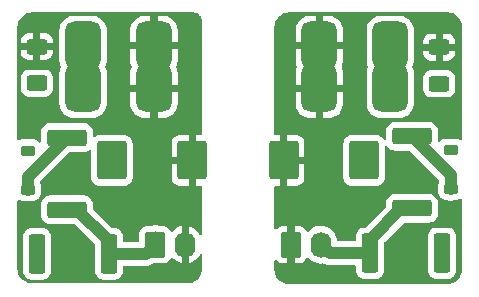
<source format=gbr>
G04 #@! TF.GenerationSoftware,KiCad,Pcbnew,7.0.8*
G04 #@! TF.CreationDate,2024-01-11T23:18:00-05:00*
G04 #@! TF.ProjectId,cm300-board,636d3330-302d-4626-9f61-72642e6b6963,rev?*
G04 #@! TF.SameCoordinates,Original*
G04 #@! TF.FileFunction,Copper,L1,Top*
G04 #@! TF.FilePolarity,Positive*
%FSLAX46Y46*%
G04 Gerber Fmt 4.6, Leading zero omitted, Abs format (unit mm)*
G04 Created by KiCad (PCBNEW 7.0.8) date 2024-01-11 23:18:00*
%MOMM*%
%LPD*%
G01*
G04 APERTURE LIST*
G04 Aperture macros list*
%AMRoundRect*
0 Rectangle with rounded corners*
0 $1 Rounding radius*
0 $2 $3 $4 $5 $6 $7 $8 $9 X,Y pos of 4 corners*
0 Add a 4 corners polygon primitive as box body*
4,1,4,$2,$3,$4,$5,$6,$7,$8,$9,$2,$3,0*
0 Add four circle primitives for the rounded corners*
1,1,$1+$1,$2,$3*
1,1,$1+$1,$4,$5*
1,1,$1+$1,$6,$7*
1,1,$1+$1,$8,$9*
0 Add four rect primitives between the rounded corners*
20,1,$1+$1,$2,$3,$4,$5,0*
20,1,$1+$1,$4,$5,$6,$7,0*
20,1,$1+$1,$6,$7,$8,$9,0*
20,1,$1+$1,$8,$9,$2,$3,0*%
G04 Aperture macros list end*
G04 #@! TA.AperFunction,SMDPad,CuDef*
%ADD10RoundRect,0.225000X0.375000X-0.225000X0.375000X0.225000X-0.375000X0.225000X-0.375000X-0.225000X0*%
G04 #@! TD*
G04 #@! TA.AperFunction,SMDPad,CuDef*
%ADD11RoundRect,0.250000X1.000000X-1.400000X1.000000X1.400000X-1.000000X1.400000X-1.000000X-1.400000X0*%
G04 #@! TD*
G04 #@! TA.AperFunction,ComponentPad*
%ADD12RoundRect,0.250000X-0.620000X-0.845000X0.620000X-0.845000X0.620000X0.845000X-0.620000X0.845000X0*%
G04 #@! TD*
G04 #@! TA.AperFunction,ComponentPad*
%ADD13O,1.740000X2.190000*%
G04 #@! TD*
G04 #@! TA.AperFunction,SMDPad,CuDef*
%ADD14RoundRect,0.249999X-0.450001X-1.425001X0.450001X-1.425001X0.450001X1.425001X-0.450001X1.425001X0*%
G04 #@! TD*
G04 #@! TA.AperFunction,SMDPad,CuDef*
%ADD15RoundRect,0.249999X-1.425001X0.450001X-1.425001X-0.450001X1.425001X-0.450001X1.425001X0.450001X0*%
G04 #@! TD*
G04 #@! TA.AperFunction,SMDPad,CuDef*
%ADD16RoundRect,0.250000X-1.000000X1.400000X-1.000000X-1.400000X1.000000X-1.400000X1.000000X1.400000X0*%
G04 #@! TD*
G04 #@! TA.AperFunction,ComponentPad*
%ADD17RoundRect,0.750000X0.750000X-1.250000X0.750000X1.250000X-0.750000X1.250000X-0.750000X-1.250000X0*%
G04 #@! TD*
G04 #@! TA.AperFunction,SMDPad,CuDef*
%ADD18RoundRect,0.249999X0.450001X1.425001X-0.450001X1.425001X-0.450001X-1.425001X0.450001X-1.425001X0*%
G04 #@! TD*
G04 #@! TA.AperFunction,SMDPad,CuDef*
%ADD19RoundRect,0.250000X-0.625000X0.400000X-0.625000X-0.400000X0.625000X-0.400000X0.625000X0.400000X0*%
G04 #@! TD*
G04 #@! TA.AperFunction,SMDPad,CuDef*
%ADD20RoundRect,0.250000X0.625000X-0.400000X0.625000X0.400000X-0.625000X0.400000X-0.625000X-0.400000X0*%
G04 #@! TD*
G04 #@! TA.AperFunction,ViaPad*
%ADD21C,0.800000*%
G04 #@! TD*
G04 #@! TA.AperFunction,Conductor*
%ADD22C,1.000000*%
G04 #@! TD*
G04 #@! TA.AperFunction,Conductor*
%ADD23C,0.250000*%
G04 #@! TD*
G04 APERTURE END LIST*
D10*
X-1003808000Y1043000000D03*
X-1003808000Y1046300000D03*
D11*
X-996700000Y1045464000D03*
X-989900000Y1045464000D03*
D12*
X-993040000Y1038332000D03*
D13*
X-990500000Y1038332000D03*
D14*
X-1003048000Y1037550000D03*
X-996948000Y1037550000D03*
D15*
X-1000506000Y1047400000D03*
X-1000506000Y1041300000D03*
D10*
X-967994000Y1043055000D03*
X-967994000Y1046355000D03*
D16*
X-975350000Y1045464000D03*
X-982150000Y1045464000D03*
D17*
X-999140000Y1055220000D03*
X-999140000Y1051560000D03*
X-993140000Y1055220000D03*
X-993140000Y1051560000D03*
X-979140000Y1055220000D03*
X-979140000Y1051560000D03*
X-973140000Y1055220000D03*
X-973140000Y1051560000D03*
D15*
X-971296000Y1047500000D03*
X-971296000Y1041400000D03*
D18*
X-968750000Y1037600000D03*
X-974850000Y1037600000D03*
D12*
X-981540000Y1038332000D03*
D13*
X-979000000Y1038332000D03*
D19*
X-969000000Y1055050000D03*
X-969000000Y1051950000D03*
D20*
X-1003050000Y1052000000D03*
X-1003050000Y1055100000D03*
D21*
X-1003050000Y1052000000D03*
X-1003300000Y1037550000D03*
X-996700000Y1045845000D03*
X-1003808000Y1046300000D03*
X-969050000Y1051950000D03*
X-975350000Y1045850000D03*
X-968800000Y1037600000D03*
X-967994000Y1046355000D03*
D22*
X-1003808000Y1044098000D02*
X-1000506000Y1047400000D01*
X-1003808000Y1043000000D02*
X-1003808000Y1044098000D01*
X-967994000Y1044198000D02*
X-967994000Y1043055000D01*
X-971296000Y1047500000D02*
X-967994000Y1044198000D01*
D23*
X-981200000Y1045845000D02*
X-981540000Y1045505000D01*
D22*
X-974850000Y1038735000D02*
X-972185000Y1041400000D01*
X-974850000Y1037600000D02*
X-974850000Y1038735000D01*
X-974850000Y1037600000D02*
X-978268000Y1037600000D01*
X-978268000Y1037600000D02*
X-979000000Y1038332000D01*
X-997150000Y1037550000D02*
X-997150000Y1038800000D01*
D23*
X-993040000Y1039160000D02*
X-993040000Y1039368000D01*
D22*
X-993822000Y1037550000D02*
X-993040000Y1038332000D01*
D23*
X-993082000Y1039368000D02*
X-993040000Y1039368000D01*
D22*
X-997150000Y1037550000D02*
X-993822000Y1037550000D01*
X-996950000Y1037590000D02*
X-996950000Y1038225000D01*
X-997150000Y1038800000D02*
X-999650000Y1041300000D01*
G04 #@! TA.AperFunction,Conductor*
G36*
X-978840000Y1052330220D02*
G01*
X-978875023Y1052346424D01*
X-979050276Y1052385000D01*
X-979184732Y1052385000D01*
X-979318396Y1052370463D01*
X-979440000Y1052329489D01*
X-979440000Y1054449779D01*
X-979404977Y1054433576D01*
X-979229724Y1054395000D01*
X-979095268Y1054395000D01*
X-978961604Y1054409537D01*
X-978840000Y1054450510D01*
X-978840000Y1052330220D01*
G37*
G04 #@! TD.AperFunction*
G04 #@! TA.AperFunction,Conductor*
G36*
X-968285304Y1057999764D02*
G01*
X-968234598Y1057995328D01*
X-968081749Y1057981955D01*
X-968060464Y1057978202D01*
X-967870952Y1057927423D01*
X-967850640Y1057920030D01*
X-967672830Y1057837116D01*
X-967654115Y1057826310D01*
X-967503001Y1057720500D01*
X-967493401Y1057713778D01*
X-967476843Y1057699884D01*
X-967338115Y1057561156D01*
X-967324222Y1057544600D01*
X-967211686Y1057383881D01*
X-967200886Y1057365175D01*
X-967117966Y1057187352D01*
X-967110577Y1057167051D01*
X-967089764Y1057089374D01*
X-967059797Y1056977535D01*
X-967056044Y1056956250D01*
X-967049783Y1056884678D01*
X-967038236Y1056752700D01*
X-967038000Y1056747294D01*
X-967038000Y1047296219D01*
X-967057685Y1047229180D01*
X-967110489Y1047183425D01*
X-967179647Y1047173481D01*
X-967227097Y1047190681D01*
X-967310294Y1047241998D01*
X-967310297Y1047241999D01*
X-967310303Y1047242003D01*
X-967471292Y1047295349D01*
X-967570655Y1047305500D01*
X-968417344Y1047305499D01*
X-968417352Y1047305498D01*
X-968417355Y1047305498D01*
X-968471760Y1047299940D01*
X-968516708Y1047295349D01*
X-968677697Y1047242003D01*
X-968822044Y1047152968D01*
X-968895448Y1047079564D01*
X-968908819Y1047066193D01*
X-968970142Y1047032708D01*
X-969039834Y1047037692D01*
X-969095767Y1047079564D01*
X-969120184Y1047145028D01*
X-969120500Y1047153874D01*
X-969120500Y1048000017D01*
X-969131000Y1048102796D01*
X-969186185Y1048269332D01*
X-969186187Y1048269337D01*
X-969278289Y1048418657D01*
X-969402342Y1048542710D01*
X-969402344Y1048542712D01*
X-969551665Y1048634814D01*
X-969718202Y1048689999D01*
X-969820990Y1048700500D01*
X-972771010Y1048700500D01*
X-972873798Y1048689999D01*
X-973040335Y1048634814D01*
X-973189656Y1048542712D01*
X-973313712Y1048418656D01*
X-973405814Y1048269335D01*
X-973460999Y1048102798D01*
X-973460999Y1048102796D01*
X-973471499Y1048000017D01*
X-973471500Y1048000004D01*
X-973471500Y1047306557D01*
X-973491185Y1047239518D01*
X-973543989Y1047193763D01*
X-973613147Y1047183819D01*
X-973676703Y1047212844D01*
X-973701039Y1047241461D01*
X-973757287Y1047332655D01*
X-973881342Y1047456710D01*
X-973881344Y1047456712D01*
X-974030666Y1047548814D01*
X-974197203Y1047603999D01*
X-974299991Y1047614500D01*
X-976400008Y1047614499D01*
X-976502797Y1047603999D01*
X-976669334Y1047548814D01*
X-976818656Y1047456712D01*
X-976942712Y1047332656D01*
X-977034814Y1047183334D01*
X-977089999Y1047016797D01*
X-977100500Y1046914009D01*
X-977100499Y1044013992D01*
X-977089999Y1043911203D01*
X-977034814Y1043744666D01*
X-976942712Y1043595344D01*
X-976818656Y1043471288D01*
X-976669334Y1043379186D01*
X-976502797Y1043324001D01*
X-976502795Y1043324000D01*
X-976400010Y1043313500D01*
X-976400009Y1043313500D01*
X-974299998Y1043313500D01*
X-974299981Y1043313501D01*
X-974197203Y1043324000D01*
X-974197200Y1043324001D01*
X-974030668Y1043379185D01*
X-974030663Y1043379187D01*
X-973881342Y1043471289D01*
X-973757289Y1043595342D01*
X-973665187Y1043744663D01*
X-973665185Y1043744668D01*
X-973610001Y1043911204D01*
X-973610000Y1043911204D01*
X-973599500Y1044013983D01*
X-973599500Y1046607443D01*
X-973579815Y1046674482D01*
X-973527011Y1046720237D01*
X-973457853Y1046730181D01*
X-973394297Y1046701156D01*
X-973369963Y1046672541D01*
X-973313712Y1046581344D01*
X-973189656Y1046457288D01*
X-973040335Y1046365186D01*
X-972873798Y1046310001D01*
X-972873796Y1046310000D01*
X-972771017Y1046299500D01*
X-972771010Y1046299500D01*
X-971561783Y1046299500D01*
X-971494744Y1046279815D01*
X-971474102Y1046263181D01*
X-969030819Y1043819898D01*
X-968997334Y1043758575D01*
X-968994500Y1043732217D01*
X-968994500Y1043683043D01*
X-969012961Y1043617946D01*
X-969031003Y1043588697D01*
X-969084349Y1043427708D01*
X-969094500Y1043328345D01*
X-969094499Y1042781656D01*
X-969084349Y1042682292D01*
X-969031003Y1042521303D01*
X-969030999Y1042521297D01*
X-969030998Y1042521294D01*
X-968941970Y1042376959D01*
X-968941967Y1042376955D01*
X-968822044Y1042257032D01*
X-968822040Y1042257029D01*
X-968677705Y1042168001D01*
X-968677699Y1042167998D01*
X-968677697Y1042167997D01*
X-968677694Y1042167996D01*
X-968516709Y1042114651D01*
X-968417352Y1042104500D01*
X-968417345Y1042104500D01*
X-968330330Y1042104500D01*
X-968299249Y1042100542D01*
X-968146285Y1042060937D01*
X-968146287Y1042060937D01*
X-968010804Y1042054066D01*
X-967943064Y1042050631D01*
X-967943063Y1042050631D01*
X-967943061Y1042050631D01*
X-967741931Y1042081443D01*
X-967741924Y1042081445D01*
X-967700511Y1042096782D01*
X-967657449Y1042104500D01*
X-967570663Y1042104500D01*
X-967570644Y1042104501D01*
X-967471292Y1042114650D01*
X-967471289Y1042114651D01*
X-967310305Y1042167996D01*
X-967310296Y1042168000D01*
X-967227096Y1042219319D01*
X-967159704Y1042237759D01*
X-967093041Y1042216836D01*
X-967048271Y1042163194D01*
X-967038000Y1042113780D01*
X-967038000Y1036252705D01*
X-967038236Y1036247299D01*
X-967056044Y1036043750D01*
X-967059796Y1036022464D01*
X-967110578Y1035832944D01*
X-967117964Y1035812651D01*
X-967200889Y1035634819D01*
X-967211683Y1035616123D01*
X-967324226Y1035455393D01*
X-967338109Y1035438849D01*
X-967476849Y1035300109D01*
X-967493393Y1035286226D01*
X-967654123Y1035173683D01*
X-967672819Y1035162889D01*
X-967850651Y1035079964D01*
X-967870944Y1035072578D01*
X-968060464Y1035021797D01*
X-968081747Y1035018044D01*
X-968285304Y1035000235D01*
X-968290706Y1035000000D01*
X-981697294Y1035000000D01*
X-981702695Y1035000235D01*
X-981906250Y1035018044D01*
X-981927535Y1035021797D01*
X-981993840Y1035039563D01*
X-982117051Y1035072577D01*
X-982137352Y1035079966D01*
X-982315175Y1035162886D01*
X-982333881Y1035173686D01*
X-982494600Y1035286222D01*
X-982511156Y1035300115D01*
X-982649884Y1035438843D01*
X-982663778Y1035455401D01*
X-982776309Y1035616112D01*
X-982787116Y1035634830D01*
X-982820463Y1035706342D01*
X-982870030Y1035812641D01*
X-982877423Y1035832952D01*
X-982928202Y1036022464D01*
X-982931955Y1036043749D01*
X-982949764Y1036247299D01*
X-982950000Y1036252705D01*
X-982950000Y1036916977D01*
X-982930315Y1036984016D01*
X-982877511Y1037029771D01*
X-982808353Y1037039715D01*
X-982744797Y1037010690D01*
X-982738319Y1037004658D01*
X-982628345Y1036894684D01*
X-982479124Y1036802643D01*
X-982479119Y1036802641D01*
X-982312697Y1036747494D01*
X-982312690Y1036747493D01*
X-982209986Y1036737000D01*
X-981840000Y1036737000D01*
X-981840000Y1037812241D01*
X-981695326Y1037752315D01*
X-981578997Y1037737000D01*
X-981501003Y1037737000D01*
X-981384674Y1037752315D01*
X-981240000Y1037812241D01*
X-981240000Y1036737000D01*
X-980870028Y1036737000D01*
X-980870012Y1036737001D01*
X-980767302Y1036747494D01*
X-980600880Y1036802641D01*
X-980600875Y1036802643D01*
X-980451654Y1036894684D01*
X-980327684Y1037018654D01*
X-980235636Y1037167888D01*
X-980234496Y1037170333D01*
X-980233268Y1037171727D01*
X-980231851Y1037174025D01*
X-980231458Y1037173782D01*
X-980188321Y1037222770D01*
X-980121127Y1037241919D01*
X-980054247Y1037221700D01*
X-980032595Y1037203724D01*
X-979908727Y1037074483D01*
X-979908726Y1037074482D01*
X-979721165Y1036935762D01*
X-979721161Y1036935760D01*
X-979512847Y1036830730D01*
X-979289780Y1036762417D01*
X-979289778Y1036762416D01*
X-979289776Y1036762416D01*
X-979058370Y1036732783D01*
X-978831574Y1036742418D01*
X-978763759Y1036725597D01*
X-978756441Y1036720923D01*
X-978756049Y1036720705D01*
X-978699662Y1036696507D01*
X-978695423Y1036694493D01*
X-978641048Y1036666090D01*
X-978608024Y1036656641D01*
X-978600624Y1036654006D01*
X-978569057Y1036640459D01*
X-978508966Y1036628110D01*
X-978504390Y1036626987D01*
X-978445425Y1036610116D01*
X-978445418Y1036610114D01*
X-978445416Y1036610113D01*
X-978445413Y1036610113D01*
X-978411162Y1036607504D01*
X-978403384Y1036606413D01*
X-978369741Y1036599500D01*
X-978308399Y1036599500D01*
X-978303691Y1036599321D01*
X-978297554Y1036598853D01*
X-978242524Y1036594662D01*
X-978222589Y1036597201D01*
X-978208440Y1036599003D01*
X-978200611Y1036599500D01*
X-976174500Y1036599500D01*
X-976107461Y1036579815D01*
X-976061706Y1036527011D01*
X-976050500Y1036475500D01*
X-976050500Y1036124990D01*
X-976039999Y1036022202D01*
X-975984814Y1035855665D01*
X-975892712Y1035706344D01*
X-975768656Y1035582288D01*
X-975619335Y1035490186D01*
X-975452798Y1035435001D01*
X-975452796Y1035435000D01*
X-975350017Y1035424500D01*
X-975350010Y1035424500D01*
X-974349982Y1035424500D01*
X-974247203Y1035435000D01*
X-974247202Y1035435001D01*
X-974164669Y1035462349D01*
X-974080667Y1035490185D01*
X-974080662Y1035490187D01*
X-973931342Y1035582289D01*
X-973807289Y1035706342D01*
X-973715187Y1035855662D01*
X-973715185Y1035855667D01*
X-973660001Y1036022203D01*
X-973660000Y1036022203D01*
X-973649500Y1036124982D01*
X-973649500Y1036124990D01*
X-969950500Y1036124990D01*
X-969939999Y1036022202D01*
X-969884814Y1035855665D01*
X-969792712Y1035706344D01*
X-969668656Y1035582288D01*
X-969519335Y1035490186D01*
X-969352798Y1035435001D01*
X-969352796Y1035435000D01*
X-969250017Y1035424500D01*
X-969250010Y1035424500D01*
X-968249982Y1035424500D01*
X-968147203Y1035435000D01*
X-968147202Y1035435001D01*
X-968064669Y1035462349D01*
X-967980667Y1035490185D01*
X-967980662Y1035490187D01*
X-967831342Y1035582289D01*
X-967707289Y1035706342D01*
X-967615187Y1035855662D01*
X-967615185Y1035855667D01*
X-967560001Y1036022203D01*
X-967560000Y1036022203D01*
X-967549500Y1036124982D01*
X-967549500Y1039075017D01*
X-967560000Y1039177796D01*
X-967615185Y1039344332D01*
X-967615187Y1039344337D01*
X-967707289Y1039493657D01*
X-967831342Y1039617710D01*
X-967831344Y1039617712D01*
X-967980665Y1039709814D01*
X-968147202Y1039764999D01*
X-968249990Y1039775500D01*
X-969250010Y1039775500D01*
X-969352798Y1039764999D01*
X-969519335Y1039709814D01*
X-969668656Y1039617712D01*
X-969792712Y1039493656D01*
X-969884814Y1039344335D01*
X-969939999Y1039177798D01*
X-969950500Y1039075010D01*
X-969950500Y1036124990D01*
X-973649500Y1036124990D01*
X-973649500Y1038469217D01*
X-973629815Y1038536256D01*
X-973613181Y1038556898D01*
X-972006899Y1040163181D01*
X-971945576Y1040196666D01*
X-971919218Y1040199500D01*
X-969820982Y1040199500D01*
X-969718203Y1040210000D01*
X-969718202Y1040210001D01*
X-969635669Y1040237349D01*
X-969551667Y1040265185D01*
X-969551662Y1040265187D01*
X-969402342Y1040357289D01*
X-969278289Y1040481342D01*
X-969186187Y1040630662D01*
X-969186185Y1040630667D01*
X-969131001Y1040797203D01*
X-969131000Y1040797203D01*
X-969120500Y1040899982D01*
X-969120500Y1041900017D01*
X-969131000Y1042002796D01*
X-969186185Y1042169332D01*
X-969186187Y1042169337D01*
X-969278289Y1042318657D01*
X-969402342Y1042442710D01*
X-969402344Y1042442712D01*
X-969551665Y1042534814D01*
X-969718202Y1042589999D01*
X-969820990Y1042600500D01*
X-972771010Y1042600500D01*
X-972873798Y1042589999D01*
X-973040335Y1042534814D01*
X-973189656Y1042442712D01*
X-973313712Y1042318656D01*
X-973405814Y1042169335D01*
X-973460999Y1042002798D01*
X-973460999Y1042002796D01*
X-973471499Y1041900017D01*
X-973471500Y1041900004D01*
X-973471500Y1041579782D01*
X-973491185Y1041512743D01*
X-973507819Y1041492101D01*
X-975188101Y1039811819D01*
X-975249424Y1039778334D01*
X-975275782Y1039775500D01*
X-975350010Y1039775500D01*
X-975452798Y1039764999D01*
X-975619335Y1039709814D01*
X-975768656Y1039617712D01*
X-975892712Y1039493656D01*
X-975984814Y1039344335D01*
X-976039999Y1039177798D01*
X-976039999Y1039177796D01*
X-976050499Y1039075017D01*
X-976050500Y1039075004D01*
X-976050500Y1038724500D01*
X-976070185Y1038657461D01*
X-976122989Y1038611706D01*
X-976174500Y1038600500D01*
X-977514353Y1038600500D01*
X-977581392Y1038620185D01*
X-977627147Y1038672989D01*
X-977637906Y1038713984D01*
X-977644328Y1038789446D01*
X-977644329Y1038789448D01*
X-977703114Y1039015218D01*
X-977799208Y1039227802D01*
X-977929847Y1039421088D01*
X-977929849Y1039421090D01*
X-978091272Y1039589516D01*
X-978091273Y1039589517D01*
X-978278834Y1039728237D01*
X-978278836Y1039728238D01*
X-978278839Y1039728240D01*
X-978487153Y1039833270D01*
X-978710220Y1039901583D01*
X-978941624Y1039931216D01*
X-979174707Y1039921314D01*
X-979402765Y1039872164D01*
X-979619235Y1039785179D01*
X-979817891Y1039662862D01*
X-979993018Y1039508731D01*
X-980025686Y1039468272D01*
X-980083116Y1039428480D01*
X-980152943Y1039426053D01*
X-980212998Y1039461763D01*
X-980234545Y1039493769D01*
X-980235641Y1039496119D01*
X-980327684Y1039645345D01*
X-980451654Y1039769315D01*
X-980600875Y1039861356D01*
X-980600880Y1039861358D01*
X-980767302Y1039916505D01*
X-980767309Y1039916506D01*
X-980870019Y1039926999D01*
X-981240000Y1039926999D01*
X-981240000Y1038851758D01*
X-981384674Y1038911685D01*
X-981501003Y1038927000D01*
X-981578997Y1038927000D01*
X-981695326Y1038911685D01*
X-981840000Y1038851758D01*
X-981840000Y1039926999D01*
X-982209972Y1039926999D01*
X-982209986Y1039926998D01*
X-982312697Y1039916505D01*
X-982479119Y1039861358D01*
X-982479124Y1039861356D01*
X-982628345Y1039769315D01*
X-982738319Y1039659342D01*
X-982799642Y1039625857D01*
X-982869334Y1039630841D01*
X-982925267Y1039672713D01*
X-982949684Y1039738177D01*
X-982950000Y1039747023D01*
X-982950000Y1043190000D01*
X-982930315Y1043257039D01*
X-982877511Y1043302794D01*
X-982826000Y1043314000D01*
X-982450000Y1043314000D01*
X-982450000Y1045164000D01*
X-981850000Y1045164000D01*
X-981850000Y1043314000D01*
X-981100028Y1043314000D01*
X-981100012Y1043314001D01*
X-980997302Y1043324494D01*
X-980830880Y1043379641D01*
X-980830875Y1043379643D01*
X-980681654Y1043471684D01*
X-980557684Y1043595654D01*
X-980465643Y1043744875D01*
X-980465641Y1043744880D01*
X-980410494Y1043911302D01*
X-980410493Y1043911309D01*
X-980400000Y1044014013D01*
X-980400000Y1045164000D01*
X-981850000Y1045164000D01*
X-982450000Y1045164000D01*
X-982450000Y1047613999D01*
X-981850000Y1047613999D01*
X-981850000Y1045764000D01*
X-980400001Y1045764000D01*
X-980400001Y1046913986D01*
X-980410494Y1047016697D01*
X-980465641Y1047183119D01*
X-980465643Y1047183124D01*
X-980557684Y1047332345D01*
X-980681654Y1047456315D01*
X-980830875Y1047548356D01*
X-980830880Y1047548358D01*
X-980997302Y1047603505D01*
X-980997309Y1047603506D01*
X-981100019Y1047613999D01*
X-981850000Y1047613999D01*
X-982450000Y1047613999D01*
X-982826000Y1047613999D01*
X-982893039Y1047633684D01*
X-982938794Y1047686488D01*
X-982950000Y1047737999D01*
X-982950000Y1051860000D01*
X-981140000Y1051860000D01*
X-979908543Y1051860000D01*
X-979939616Y1051782012D01*
X-979968648Y1051604928D01*
X-979958933Y1051425743D01*
X-979912914Y1051260000D01*
X-981139999Y1051260000D01*
X-981139999Y1050245808D01*
X-981129599Y1050113667D01*
X-981074622Y1049895480D01*
X-980981571Y1049690625D01*
X-980981568Y1049690619D01*
X-980853440Y1049505676D01*
X-980853430Y1049505664D01*
X-980694335Y1049346569D01*
X-980694323Y1049346559D01*
X-980509380Y1049218431D01*
X-980509374Y1049218428D01*
X-980304519Y1049125377D01*
X-980086332Y1049070400D01*
X-979954194Y1049060000D01*
X-979440000Y1049060000D01*
X-979440000Y1050789779D01*
X-979404977Y1050773576D01*
X-979229724Y1050735000D01*
X-979095268Y1050735000D01*
X-978961604Y1050749537D01*
X-978840000Y1050790510D01*
X-978840000Y1049060000D01*
X-978839999Y1049060000D01*
X-978325808Y1049060001D01*
X-978193667Y1049070400D01*
X-977975480Y1049125377D01*
X-977770625Y1049218428D01*
X-977770619Y1049218431D01*
X-977585676Y1049346559D01*
X-977585664Y1049346569D01*
X-977426569Y1049505664D01*
X-977426559Y1049505676D01*
X-977298431Y1049690619D01*
X-977298428Y1049690625D01*
X-977205377Y1049895480D01*
X-977150400Y1050113667D01*
X-977140000Y1050245806D01*
X-977140000Y1051260000D01*
X-978371457Y1051260000D01*
X-978340384Y1051337988D01*
X-978311352Y1051515072D01*
X-978321067Y1051694257D01*
X-978367086Y1051860000D01*
X-977140001Y1051860000D01*
X-977140001Y1052874192D01*
X-977140003Y1052874217D01*
X-975140500Y1052874217D01*
X-975140499Y1050245784D01*
X-975130096Y1050113588D01*
X-975075096Y1049895317D01*
X-974982007Y1049690374D01*
X-974982002Y1049690367D01*
X-974854040Y1049505664D01*
X-974853819Y1049505346D01*
X-974694654Y1049346181D01*
X-974694650Y1049346178D01*
X-974694645Y1049346174D01*
X-974510258Y1049218431D01*
X-974509626Y1049217993D01*
X-974509623Y1049217991D01*
X-974509622Y1049217991D01*
X-974304681Y1049124903D01*
X-974304678Y1049124902D01*
X-974086420Y1049069905D01*
X-974086413Y1049069904D01*
X-973954219Y1049059500D01*
X-973954217Y1049059500D01*
X-973140000Y1049059500D01*
X-972325782Y1049059501D01*
X-972193586Y1049069904D01*
X-972193579Y1049069905D01*
X-971975321Y1049124902D01*
X-971975318Y1049124903D01*
X-971770377Y1049217991D01*
X-971770367Y1049217997D01*
X-971585354Y1049346174D01*
X-971585342Y1049346184D01*
X-971426184Y1049505342D01*
X-971426174Y1049505354D01*
X-971297997Y1049690367D01*
X-971297991Y1049690377D01*
X-971204903Y1049895318D01*
X-971204902Y1049895321D01*
X-971149905Y1050113579D01*
X-971149904Y1050113586D01*
X-971139500Y1050245781D01*
X-971139501Y1052400009D01*
X-970375500Y1052400009D01*
X-970375499Y1051499992D01*
X-970364999Y1051397203D01*
X-970309814Y1051230666D01*
X-970217712Y1051081344D01*
X-970093656Y1050957288D01*
X-969944334Y1050865186D01*
X-969777797Y1050810001D01*
X-969777795Y1050810000D01*
X-969675010Y1050799500D01*
X-969675009Y1050799500D01*
X-968324998Y1050799500D01*
X-968324981Y1050799501D01*
X-968222203Y1050810000D01*
X-968222200Y1050810001D01*
X-968055668Y1050865185D01*
X-968055663Y1050865187D01*
X-967906342Y1050957289D01*
X-967782289Y1051081342D01*
X-967690187Y1051230663D01*
X-967690185Y1051230668D01*
X-967635001Y1051397204D01*
X-967635000Y1051397204D01*
X-967624500Y1051499983D01*
X-967624500Y1052400001D01*
X-967624501Y1052400019D01*
X-967635000Y1052502796D01*
X-967635001Y1052502799D01*
X-967690185Y1052669331D01*
X-967690187Y1052669336D01*
X-967782289Y1052818657D01*
X-967906342Y1052942710D01*
X-967906344Y1052942712D01*
X-968055666Y1053034814D01*
X-968222203Y1053089999D01*
X-968324991Y1053100500D01*
X-969675008Y1053100499D01*
X-969777797Y1053089999D01*
X-969944334Y1053034814D01*
X-970093656Y1052942712D01*
X-970217712Y1052818656D01*
X-970309814Y1052669334D01*
X-970364999Y1052502797D01*
X-970375500Y1052400009D01*
X-971139501Y1052400009D01*
X-971139501Y1052874218D01*
X-971149904Y1053006413D01*
X-971149905Y1053006420D01*
X-971204902Y1053224678D01*
X-971204903Y1053224681D01*
X-971256701Y1053338719D01*
X-971266504Y1053407898D01*
X-971256701Y1053441281D01*
X-971204903Y1053555318D01*
X-971204902Y1053555321D01*
X-971149905Y1053773579D01*
X-971149904Y1053773586D01*
X-971139500Y1053905781D01*
X-971139501Y1054750000D01*
X-970374999Y1054750000D01*
X-970374999Y1054600028D01*
X-970374998Y1054600013D01*
X-970364505Y1054497302D01*
X-970309358Y1054330880D01*
X-970309356Y1054330875D01*
X-970217315Y1054181654D01*
X-970093345Y1054057684D01*
X-969944124Y1053965643D01*
X-969944119Y1053965641D01*
X-969777697Y1053910494D01*
X-969777690Y1053910493D01*
X-969674986Y1053900000D01*
X-969300000Y1053900000D01*
X-969300000Y1054750000D01*
X-968700000Y1054750000D01*
X-968700000Y1053900000D01*
X-968325028Y1053900000D01*
X-968325012Y1053900001D01*
X-968222302Y1053910494D01*
X-968055880Y1053965641D01*
X-968055875Y1053965643D01*
X-967906654Y1054057684D01*
X-967782684Y1054181654D01*
X-967690643Y1054330875D01*
X-967690641Y1054330880D01*
X-967635494Y1054497302D01*
X-967635493Y1054497309D01*
X-967625000Y1054600013D01*
X-967625000Y1054750000D01*
X-968700000Y1054750000D01*
X-969300000Y1054750000D01*
X-970374999Y1054750000D01*
X-971139501Y1054750000D01*
X-971139501Y1055350000D01*
X-970375000Y1055350000D01*
X-969300000Y1055350000D01*
X-969300000Y1056199999D01*
X-968700000Y1056199999D01*
X-968700000Y1055350000D01*
X-967625001Y1055350000D01*
X-967625001Y1055499986D01*
X-967635494Y1055602697D01*
X-967690641Y1055769119D01*
X-967690643Y1055769124D01*
X-967782684Y1055918345D01*
X-967906654Y1056042315D01*
X-968055875Y1056134356D01*
X-968055880Y1056134358D01*
X-968222302Y1056189505D01*
X-968222309Y1056189506D01*
X-968325019Y1056199999D01*
X-968700000Y1056199999D01*
X-969300000Y1056199999D01*
X-969674972Y1056199999D01*
X-969674986Y1056199998D01*
X-969777697Y1056189505D01*
X-969944119Y1056134358D01*
X-969944124Y1056134356D01*
X-970093345Y1056042315D01*
X-970217315Y1055918345D01*
X-970309356Y1055769124D01*
X-970309358Y1055769119D01*
X-970364505Y1055602697D01*
X-970364506Y1055602690D01*
X-970374999Y1055499986D01*
X-970375000Y1055499973D01*
X-970375000Y1055350000D01*
X-971139501Y1055350000D01*
X-971139501Y1056534218D01*
X-971149904Y1056666413D01*
X-971149905Y1056666420D01*
X-971204902Y1056884678D01*
X-971204903Y1056884681D01*
X-971297991Y1057089622D01*
X-971297997Y1057089632D01*
X-971426174Y1057274645D01*
X-971426178Y1057274650D01*
X-971426181Y1057274654D01*
X-971585346Y1057433819D01*
X-971585350Y1057433822D01*
X-971585354Y1057433825D01*
X-971769146Y1057561156D01*
X-971770374Y1057562007D01*
X-971975317Y1057655096D01*
X-971981590Y1057656676D01*
X-972193579Y1057710094D01*
X-972193581Y1057710094D01*
X-972193588Y1057710096D01*
X-972304973Y1057718862D01*
X-972325781Y1057720500D01*
X-972325782Y1057720499D01*
X-972325783Y1057720500D01*
X-973139999Y1057720499D01*
X-973954218Y1057720499D01*
X-973973505Y1057718980D01*
X-974086412Y1057710096D01*
X-974304683Y1057655096D01*
X-974509626Y1057562007D01*
X-974694654Y1057433819D01*
X-974853819Y1057274654D01*
X-974982007Y1057089626D01*
X-975075096Y1056884683D01*
X-975130096Y1056666412D01*
X-975140500Y1056534217D01*
X-975140499Y1053905784D01*
X-975130096Y1053773588D01*
X-975130095Y1053773586D01*
X-975130094Y1053773579D01*
X-975075138Y1053555480D01*
X-975075096Y1053555317D01*
X-975023298Y1053441281D01*
X-975013495Y1053372103D01*
X-975023297Y1053338721D01*
X-975075096Y1053224683D01*
X-975075097Y1053224678D01*
X-975075098Y1053224676D01*
X-975075138Y1053224516D01*
X-975130096Y1053006412D01*
X-975140500Y1052874217D01*
X-977140003Y1052874217D01*
X-977150400Y1053006332D01*
X-977205377Y1053224519D01*
X-977257250Y1053338719D01*
X-977267053Y1053407897D01*
X-977257250Y1053441281D01*
X-977205377Y1053555480D01*
X-977150400Y1053773667D01*
X-977140000Y1053905806D01*
X-977140000Y1054920000D01*
X-978371457Y1054920000D01*
X-978340384Y1054997988D01*
X-978311352Y1055175072D01*
X-978321067Y1055354257D01*
X-978367086Y1055520000D01*
X-977140001Y1055520000D01*
X-977140001Y1056534192D01*
X-977150400Y1056666332D01*
X-977205377Y1056884519D01*
X-977298428Y1057089374D01*
X-977298431Y1057089380D01*
X-977426559Y1057274323D01*
X-977426569Y1057274335D01*
X-977585664Y1057433430D01*
X-977585676Y1057433440D01*
X-977770619Y1057561568D01*
X-977770625Y1057561571D01*
X-977975480Y1057654622D01*
X-978193667Y1057709599D01*
X-978325807Y1057720000D01*
X-978839999Y1057719999D01*
X-978840000Y1057719999D01*
X-978840000Y1055990220D01*
X-978875023Y1056006424D01*
X-979050276Y1056045000D01*
X-979184732Y1056045000D01*
X-979318396Y1056030463D01*
X-979440000Y1055989489D01*
X-979440000Y1057719999D01*
X-979954192Y1057719999D01*
X-980086332Y1057709599D01*
X-980304519Y1057654622D01*
X-980509374Y1057561571D01*
X-980509380Y1057561568D01*
X-980694323Y1057433440D01*
X-980694335Y1057433430D01*
X-980853430Y1057274335D01*
X-980853440Y1057274323D01*
X-980981568Y1057089380D01*
X-980981571Y1057089374D01*
X-981074622Y1056884519D01*
X-981129599Y1056666332D01*
X-981140000Y1056534194D01*
X-981140000Y1055520000D01*
X-979908543Y1055520000D01*
X-979939616Y1055442012D01*
X-979968648Y1055264928D01*
X-979958933Y1055085743D01*
X-979912914Y1054920000D01*
X-981139999Y1054920000D01*
X-981139999Y1053905808D01*
X-981129599Y1053773667D01*
X-981074622Y1053555483D01*
X-981022749Y1053441282D01*
X-981012946Y1053372104D01*
X-981022749Y1053338718D01*
X-981074622Y1053224516D01*
X-981129599Y1053006332D01*
X-981140000Y1052874194D01*
X-981140000Y1051860000D01*
X-982950000Y1051860000D01*
X-982950000Y1056747294D01*
X-982949764Y1056752700D01*
X-982931955Y1056956250D01*
X-982928202Y1056977535D01*
X-982877423Y1057167047D01*
X-982870030Y1057187359D01*
X-982787116Y1057365169D01*
X-982776309Y1057383887D01*
X-982663778Y1057544598D01*
X-982649884Y1057561156D01*
X-982511156Y1057699884D01*
X-982494598Y1057713778D01*
X-982333887Y1057826309D01*
X-982315169Y1057837116D01*
X-982137359Y1057920030D01*
X-982117047Y1057927423D01*
X-981927535Y1057978202D01*
X-981906250Y1057981955D01*
X-981748750Y1057995734D01*
X-981702695Y1057999764D01*
X-981697294Y1058000000D01*
X-968290706Y1058000000D01*
X-968285304Y1057999764D01*
G37*
G04 #@! TD.AperFunction*
G04 #@! TA.AperFunction,Conductor*
G36*
X-992840000Y1052330220D02*
G01*
X-992875023Y1052346424D01*
X-993050276Y1052385000D01*
X-993184732Y1052385000D01*
X-993318396Y1052370463D01*
X-993440000Y1052329489D01*
X-993440000Y1054449779D01*
X-993404977Y1054433576D01*
X-993229724Y1054395000D01*
X-993095268Y1054395000D01*
X-992961604Y1054409537D01*
X-992840000Y1054450510D01*
X-992840000Y1052330220D01*
G37*
G04 #@! TD.AperFunction*
G04 #@! TA.AperFunction,Conductor*
G36*
X-989846543Y1057999610D02*
G01*
X-989771153Y1057991115D01*
X-989685869Y1057981506D01*
X-989658798Y1057975328D01*
X-989516078Y1057925388D01*
X-989491061Y1057913340D01*
X-989363036Y1057832897D01*
X-989341327Y1057815584D01*
X-989234415Y1057708672D01*
X-989217103Y1057686965D01*
X-989197079Y1057655096D01*
X-989136659Y1057558938D01*
X-989124611Y1057533921D01*
X-989089583Y1057433815D01*
X-989074671Y1057391201D01*
X-989068493Y1057364132D01*
X-989058376Y1057274335D01*
X-989050390Y1057203464D01*
X-989050000Y1057196517D01*
X-989050000Y1047737999D01*
X-989069685Y1047670960D01*
X-989122489Y1047625205D01*
X-989174000Y1047613999D01*
X-989600000Y1047613999D01*
X-989600000Y1043314000D01*
X-989174000Y1043314000D01*
X-989106961Y1043294315D01*
X-989061206Y1043241511D01*
X-989050000Y1043190000D01*
X-989050000Y1039250639D01*
X-989069685Y1039183600D01*
X-989122489Y1039137845D01*
X-989191647Y1039127901D01*
X-989255203Y1039156926D01*
X-989286993Y1039199564D01*
X-989299646Y1039227558D01*
X-989299648Y1039227560D01*
X-989430235Y1039420771D01*
X-989591603Y1039589139D01*
X-989591604Y1039589140D01*
X-989779097Y1039727810D01*
X-989987334Y1039832800D01*
X-989987340Y1039832803D01*
X-990200000Y1039897929D01*
X-990200000Y1038851758D01*
X-990344674Y1038911685D01*
X-990461003Y1038927000D01*
X-990538997Y1038927000D01*
X-990655326Y1038911685D01*
X-990800000Y1038851758D01*
X-990800000Y1039893798D01*
X-990902618Y1039871683D01*
X-990902619Y1039871683D01*
X-991119005Y1039784732D01*
X-991317592Y1039662458D01*
X-991492656Y1039508382D01*
X-991492658Y1039508380D01*
X-991525098Y1039468204D01*
X-991582528Y1039428410D01*
X-991652356Y1039425983D01*
X-991712410Y1039461693D01*
X-991733960Y1039493704D01*
X-991735185Y1039496332D01*
X-991779212Y1039567712D01*
X-991827288Y1039645656D01*
X-991951344Y1039769712D01*
X-992100666Y1039861814D01*
X-992267203Y1039916999D01*
X-992369991Y1039927500D01*
X-992727506Y1039927499D01*
X-992787244Y1039942837D01*
X-992807906Y1039954196D01*
X-992807908Y1039954197D01*
X-992813205Y1039955556D01*
X-992815814Y1039956227D01*
X-992837777Y1039964133D01*
X-992845174Y1039967614D01*
X-992901576Y1039978373D01*
X-992905362Y1039979219D01*
X-992960981Y1039993500D01*
X-992960984Y1039993500D01*
X-992969153Y1039993500D01*
X-992992385Y1039995696D01*
X-992993989Y1039996001D01*
X-993000412Y1039997227D01*
X-993057724Y1039993621D01*
X-993061597Y1039993500D01*
X-993121350Y1039993500D01*
X-993121355Y1039993499D01*
X-993121359Y1039993499D01*
X-993134088Y1039991890D01*
X-993238792Y1039978664D01*
X-993329279Y1039942837D01*
X-993346024Y1039936207D01*
X-993391672Y1039927499D01*
X-993710008Y1039927499D01*
X-993812797Y1039916999D01*
X-993979334Y1039861814D01*
X-994128656Y1039769712D01*
X-994252712Y1039645656D01*
X-994344814Y1039496334D01*
X-994399999Y1039329797D01*
X-994410443Y1039227560D01*
X-994410499Y1039227016D01*
X-994410500Y1039227003D01*
X-994410500Y1038674500D01*
X-994430185Y1038607461D01*
X-994482989Y1038561706D01*
X-994534500Y1038550500D01*
X-995623500Y1038550500D01*
X-995690539Y1038570185D01*
X-995736294Y1038622989D01*
X-995747500Y1038674500D01*
X-995747500Y1039025017D01*
X-995758000Y1039127796D01*
X-995813185Y1039294332D01*
X-995813187Y1039294337D01*
X-995848070Y1039350890D01*
X-995905288Y1039443656D01*
X-996029344Y1039567712D01*
X-996178665Y1039659814D01*
X-996345202Y1039714999D01*
X-996447990Y1039725500D01*
X-996447995Y1039725500D01*
X-996609217Y1039725500D01*
X-996676256Y1039745185D01*
X-996696898Y1039761819D01*
X-998294181Y1041359101D01*
X-998327666Y1041420424D01*
X-998330500Y1041446782D01*
X-998330500Y1041800017D01*
X-998341000Y1041902796D01*
X-998396185Y1042069332D01*
X-998396187Y1042069337D01*
X-998433468Y1042129778D01*
X-998488288Y1042218656D01*
X-998612344Y1042342712D01*
X-998761665Y1042434814D01*
X-998928202Y1042489999D01*
X-999030990Y1042500500D01*
X-1001981010Y1042500500D01*
X-1002083798Y1042489999D01*
X-1002250335Y1042434814D01*
X-1002399656Y1042342712D01*
X-1002523712Y1042218656D01*
X-1002615814Y1042069335D01*
X-1002670999Y1041902798D01*
X-1002681500Y1041800010D01*
X-1002681500Y1040799990D01*
X-1002670999Y1040697202D01*
X-1002615814Y1040530665D01*
X-1002523712Y1040381344D01*
X-1002399656Y1040257288D01*
X-1002250335Y1040165186D01*
X-1002083798Y1040110001D01*
X-1002083796Y1040110000D01*
X-1001981017Y1040099500D01*
X-1001981010Y1040099500D01*
X-999915783Y1040099500D01*
X-999848744Y1040079815D01*
X-999828102Y1040063181D01*
X-998186819Y1038421898D01*
X-998153334Y1038360575D01*
X-998150500Y1038334217D01*
X-998150500Y1037576928D01*
X-998150580Y1037573788D01*
X-998151894Y1037547851D01*
X-998154369Y1037499064D01*
X-998149930Y1037470086D01*
X-998148500Y1037451310D01*
X-998148500Y1036074990D01*
X-998137999Y1035972202D01*
X-998082814Y1035805665D01*
X-997990712Y1035656344D01*
X-997866656Y1035532288D01*
X-997717335Y1035440186D01*
X-997550798Y1035385001D01*
X-997550796Y1035385000D01*
X-997448017Y1035374500D01*
X-997448010Y1035374500D01*
X-996447982Y1035374500D01*
X-996345203Y1035385000D01*
X-996345202Y1035385001D01*
X-996262669Y1035412349D01*
X-996178667Y1035440185D01*
X-996178662Y1035440187D01*
X-996029342Y1035532289D01*
X-995905289Y1035656342D01*
X-995813187Y1035805662D01*
X-995813185Y1035805667D01*
X-995758001Y1035972203D01*
X-995758000Y1035972203D01*
X-995747500Y1036074982D01*
X-995747500Y1036425500D01*
X-995727815Y1036492539D01*
X-995675011Y1036538294D01*
X-995623500Y1036549500D01*
X-993834717Y1036549500D01*
X-993745637Y1036547243D01*
X-993745628Y1036547243D01*
X-993692636Y1036556741D01*
X-993685254Y1036558064D01*
X-993680595Y1036558718D01*
X-993619564Y1036564925D01*
X-993619562Y1036564926D01*
X-993586780Y1036575210D01*
X-993579156Y1036577081D01*
X-993571308Y1036578488D01*
X-993545349Y1036583141D01*
X-993488381Y1036605895D01*
X-993483945Y1036607474D01*
X-993425414Y1036625840D01*
X-993425410Y1036625842D01*
X-993395378Y1036642510D01*
X-993388284Y1036645879D01*
X-993356382Y1036658623D01*
X-993356376Y1036658626D01*
X-993305156Y1036692382D01*
X-993301127Y1036694823D01*
X-993254113Y1036720918D01*
X-993193935Y1036736500D01*
X-992369998Y1036736500D01*
X-992369980Y1036736501D01*
X-992267203Y1036747000D01*
X-992267200Y1036747001D01*
X-992100668Y1036802185D01*
X-992100663Y1036802187D01*
X-991951342Y1036894289D01*
X-991827289Y1037018342D01*
X-991735182Y1037167672D01*
X-991733897Y1037170429D01*
X-991732512Y1037172001D01*
X-991731395Y1037173813D01*
X-991731085Y1037173622D01*
X-991687722Y1037222867D01*
X-991620528Y1037242016D01*
X-991553648Y1037221797D01*
X-991531994Y1037203820D01*
X-991408396Y1037074860D01*
X-991408395Y1037074859D01*
X-991220902Y1036936189D01*
X-991012661Y1036831196D01*
X-990800000Y1036766069D01*
X-990800000Y1037812241D01*
X-990655326Y1037752315D01*
X-990538997Y1037737000D01*
X-990461003Y1037737000D01*
X-990344674Y1037752315D01*
X-990200000Y1037812241D01*
X-990200000Y1036770200D01*
X-990199999Y1036770200D01*
X-990097380Y1036792316D01*
X-990097379Y1036792316D01*
X-989880994Y1036879267D01*
X-989682407Y1037001541D01*
X-989507343Y1037155617D01*
X-989507339Y1037155621D01*
X-989360842Y1037337054D01*
X-989360837Y1037337060D01*
X-989282254Y1037477733D01*
X-989232374Y1037526659D01*
X-989163961Y1037540852D01*
X-989098735Y1037515805D01*
X-989057406Y1037459470D01*
X-989050000Y1037417259D01*
X-989050000Y1036302705D01*
X-989050236Y1036297299D01*
X-989068044Y1036093750D01*
X-989071796Y1036072464D01*
X-989122578Y1035882944D01*
X-989129964Y1035862651D01*
X-989212889Y1035684819D01*
X-989223683Y1035666123D01*
X-989336226Y1035505393D01*
X-989350109Y1035488849D01*
X-989488849Y1035350109D01*
X-989505393Y1035336226D01*
X-989666123Y1035223683D01*
X-989684819Y1035212889D01*
X-989862651Y1035129964D01*
X-989882944Y1035122578D01*
X-990072464Y1035071797D01*
X-990093747Y1035068044D01*
X-990297304Y1035050235D01*
X-990302706Y1035050000D01*
X-1003455294Y1035050000D01*
X-1003460695Y1035050235D01*
X-1003664250Y1035068044D01*
X-1003685535Y1035071797D01*
X-1003751840Y1035089563D01*
X-1003875051Y1035122577D01*
X-1003895352Y1035129966D01*
X-1004073175Y1035212886D01*
X-1004091881Y1035223686D01*
X-1004252600Y1035336222D01*
X-1004269156Y1035350115D01*
X-1004407884Y1035488843D01*
X-1004421778Y1035505401D01*
X-1004534309Y1035666112D01*
X-1004545116Y1035684830D01*
X-1004628030Y1035862640D01*
X-1004635423Y1035882952D01*
X-1004686202Y1036072464D01*
X-1004686647Y1036074990D01*
X-1004248500Y1036074990D01*
X-1004237999Y1035972202D01*
X-1004182814Y1035805665D01*
X-1004090712Y1035656344D01*
X-1003966656Y1035532288D01*
X-1003817335Y1035440186D01*
X-1003650798Y1035385001D01*
X-1003650796Y1035385000D01*
X-1003548017Y1035374500D01*
X-1003548010Y1035374500D01*
X-1002547982Y1035374500D01*
X-1002445203Y1035385000D01*
X-1002445202Y1035385001D01*
X-1002362669Y1035412349D01*
X-1002278667Y1035440185D01*
X-1002278662Y1035440187D01*
X-1002129342Y1035532289D01*
X-1002005289Y1035656342D01*
X-1001913187Y1035805662D01*
X-1001913185Y1035805667D01*
X-1001858001Y1035972203D01*
X-1001858000Y1035972203D01*
X-1001847500Y1036074982D01*
X-1001847500Y1039025017D01*
X-1001858000Y1039127796D01*
X-1001913185Y1039294332D01*
X-1001913187Y1039294337D01*
X-1001948070Y1039350890D01*
X-1002005288Y1039443656D01*
X-1002129344Y1039567712D01*
X-1002278665Y1039659814D01*
X-1002445202Y1039714999D01*
X-1002547990Y1039725500D01*
X-1003548010Y1039725500D01*
X-1003650798Y1039714999D01*
X-1003817335Y1039659814D01*
X-1003966656Y1039567712D01*
X-1004090712Y1039443656D01*
X-1004182814Y1039294335D01*
X-1004237999Y1039127798D01*
X-1004248500Y1039025010D01*
X-1004248500Y1036074990D01*
X-1004686647Y1036074990D01*
X-1004689955Y1036093749D01*
X-1004707764Y1036297299D01*
X-1004708000Y1036302705D01*
X-1004708000Y1042024239D01*
X-1004688315Y1042091278D01*
X-1004635511Y1042137033D01*
X-1004566353Y1042146977D01*
X-1004518904Y1042129778D01*
X-1004491703Y1042113000D01*
X-1004491698Y1042112998D01*
X-1004491697Y1042112997D01*
X-1004491694Y1042112996D01*
X-1004330709Y1042059651D01*
X-1004231352Y1042049500D01*
X-1004231345Y1042049500D01*
X-1004144330Y1042049500D01*
X-1004113249Y1042045542D01*
X-1003960285Y1042005937D01*
X-1003960287Y1042005937D01*
X-1003824804Y1041999066D01*
X-1003757064Y1041995631D01*
X-1003757063Y1041995631D01*
X-1003757061Y1041995631D01*
X-1003555931Y1042026443D01*
X-1003555924Y1042026445D01*
X-1003514511Y1042041782D01*
X-1003471449Y1042049500D01*
X-1003384663Y1042049500D01*
X-1003384644Y1042049501D01*
X-1003285292Y1042059650D01*
X-1003285289Y1042059651D01*
X-1003124305Y1042112996D01*
X-1003124294Y1042113001D01*
X-1002979959Y1042202029D01*
X-1002979955Y1042202032D01*
X-1002860032Y1042321955D01*
X-1002860029Y1042321959D01*
X-1002771001Y1042466294D01*
X-1002770996Y1042466305D01*
X-1002717651Y1042627290D01*
X-1002707500Y1042726647D01*
X-1002707500Y1043273337D01*
X-1002707501Y1043273355D01*
X-1002717650Y1043372707D01*
X-1002717651Y1043372710D01*
X-1002770996Y1043533694D01*
X-1002770999Y1043533701D01*
X-1002789038Y1043562945D01*
X-1002807500Y1043628043D01*
X-1002807500Y1043632217D01*
X-1002787815Y1043699256D01*
X-1002771181Y1043719898D01*
X-1000327899Y1046163181D01*
X-1000266576Y1046196666D01*
X-1000240218Y1046199500D01*
X-999030982Y1046199500D01*
X-998928203Y1046210000D01*
X-998928202Y1046210001D01*
X-998845669Y1046237349D01*
X-998761667Y1046265185D01*
X-998761662Y1046265187D01*
X-998661009Y1046327271D01*
X-998639595Y1046340479D01*
X-998572203Y1046358919D01*
X-998505540Y1046337996D01*
X-998460770Y1046284354D01*
X-998450499Y1046234940D01*
X-998450499Y1044013992D01*
X-998439999Y1043911203D01*
X-998384814Y1043744666D01*
X-998292712Y1043595344D01*
X-998168656Y1043471288D01*
X-998019334Y1043379186D01*
X-997852797Y1043324001D01*
X-997852795Y1043324000D01*
X-997750010Y1043313500D01*
X-997750009Y1043313500D01*
X-995649998Y1043313500D01*
X-995649981Y1043313501D01*
X-995547203Y1043324000D01*
X-995547200Y1043324001D01*
X-995380668Y1043379185D01*
X-995380663Y1043379187D01*
X-995231342Y1043471289D01*
X-995107289Y1043595342D01*
X-995015187Y1043744663D01*
X-995015185Y1043744668D01*
X-994960001Y1043911204D01*
X-994960000Y1043911204D01*
X-994949500Y1044013983D01*
X-994949500Y1045164000D01*
X-991649999Y1045164000D01*
X-991649999Y1044014028D01*
X-991649998Y1044014013D01*
X-991639505Y1043911302D01*
X-991584358Y1043744880D01*
X-991584356Y1043744875D01*
X-991492315Y1043595654D01*
X-991368345Y1043471684D01*
X-991219124Y1043379643D01*
X-991219119Y1043379641D01*
X-991052697Y1043324494D01*
X-991052690Y1043324493D01*
X-990949986Y1043314000D01*
X-990200000Y1043314000D01*
X-990200000Y1045164000D01*
X-991649999Y1045164000D01*
X-994949500Y1045164000D01*
X-994949500Y1045764000D01*
X-991650000Y1045764000D01*
X-990200000Y1045764000D01*
X-990200000Y1047613999D01*
X-990949972Y1047613999D01*
X-990949986Y1047613998D01*
X-991052697Y1047603505D01*
X-991219119Y1047548358D01*
X-991219124Y1047548356D01*
X-991368345Y1047456315D01*
X-991492315Y1047332345D01*
X-991584356Y1047183124D01*
X-991584358Y1047183119D01*
X-991639505Y1047016697D01*
X-991639506Y1047016690D01*
X-991649999Y1046913986D01*
X-991650000Y1046913973D01*
X-991650000Y1045764000D01*
X-994949500Y1045764000D01*
X-994949500Y1046914001D01*
X-994949501Y1046914018D01*
X-994960000Y1047016796D01*
X-994960001Y1047016799D01*
X-995015185Y1047183331D01*
X-995015187Y1047183336D01*
X-995056613Y1047250498D01*
X-995107288Y1047332656D01*
X-995231344Y1047456712D01*
X-995380666Y1047548814D01*
X-995547203Y1047603999D01*
X-995649991Y1047614500D01*
X-997750008Y1047614499D01*
X-997852797Y1047603999D01*
X-998019334Y1047548814D01*
X-998141404Y1047473520D01*
X-998208796Y1047455081D01*
X-998275459Y1047476004D01*
X-998320229Y1047529646D01*
X-998330500Y1047579060D01*
X-998330500Y1047900017D01*
X-998341000Y1048002796D01*
X-998396185Y1048169332D01*
X-998396187Y1048169337D01*
X-998488289Y1048318657D01*
X-998612342Y1048442710D01*
X-998612344Y1048442712D01*
X-998761665Y1048534814D01*
X-998928202Y1048589999D01*
X-999030990Y1048600500D01*
X-1001981010Y1048600500D01*
X-1002083798Y1048589999D01*
X-1002250335Y1048534814D01*
X-1002399656Y1048442712D01*
X-1002523712Y1048318656D01*
X-1002615814Y1048169335D01*
X-1002670999Y1048002798D01*
X-1002670999Y1048002796D01*
X-1002681499Y1047900017D01*
X-1002681500Y1047900004D01*
X-1002681500Y1047098874D01*
X-1002701185Y1047031835D01*
X-1002753989Y1046986080D01*
X-1002823147Y1046976136D01*
X-1002886703Y1047005161D01*
X-1002893181Y1047011193D01*
X-1002979955Y1047097967D01*
X-1002979959Y1047097970D01*
X-1003124294Y1047186998D01*
X-1003124298Y1047187000D01*
X-1003124303Y1047187003D01*
X-1003285292Y1047240349D01*
X-1003384655Y1047250500D01*
X-1004231344Y1047250499D01*
X-1004231352Y1047250498D01*
X-1004231355Y1047250498D01*
X-1004285760Y1047244940D01*
X-1004330708Y1047240349D01*
X-1004491697Y1047187003D01*
X-1004518903Y1047170221D01*
X-1004586294Y1047151781D01*
X-1004652958Y1047172702D01*
X-1004697728Y1047226344D01*
X-1004708000Y1047275760D01*
X-1004708000Y1052450009D01*
X-1004425500Y1052450009D01*
X-1004425499Y1051549992D01*
X-1004414999Y1051447203D01*
X-1004359814Y1051280666D01*
X-1004267712Y1051131344D01*
X-1004143656Y1051007288D01*
X-1003994334Y1050915186D01*
X-1003827797Y1050860001D01*
X-1003827795Y1050860000D01*
X-1003725010Y1050849500D01*
X-1003725009Y1050849500D01*
X-1002374998Y1050849500D01*
X-1002374981Y1050849501D01*
X-1002272203Y1050860000D01*
X-1002272200Y1050860001D01*
X-1002105668Y1050915185D01*
X-1002105663Y1050915187D01*
X-1001956342Y1051007289D01*
X-1001832289Y1051131342D01*
X-1001740187Y1051280663D01*
X-1001740185Y1051280668D01*
X-1001685001Y1051447204D01*
X-1001685000Y1051447204D01*
X-1001674500Y1051549983D01*
X-1001674500Y1052450001D01*
X-1001674501Y1052450019D01*
X-1001685000Y1052552796D01*
X-1001685001Y1052552799D01*
X-1001740185Y1052719331D01*
X-1001740187Y1052719336D01*
X-1001832289Y1052868657D01*
X-1001837849Y1052874217D01*
X-1001140500Y1052874217D01*
X-1001140499Y1050245784D01*
X-1001130096Y1050113588D01*
X-1001075096Y1049895317D01*
X-1000982007Y1049690374D01*
X-1000982002Y1049690367D01*
X-1000854040Y1049505664D01*
X-1000853819Y1049505346D01*
X-1000694654Y1049346181D01*
X-1000694650Y1049346178D01*
X-1000694645Y1049346174D01*
X-1000510258Y1049218431D01*
X-1000509626Y1049217993D01*
X-1000509623Y1049217991D01*
X-1000509622Y1049217991D01*
X-1000304681Y1049124903D01*
X-1000304678Y1049124902D01*
X-1000086420Y1049069905D01*
X-1000086413Y1049069904D01*
X-999954219Y1049059500D01*
X-999954217Y1049059500D01*
X-999140000Y1049059500D01*
X-998325782Y1049059501D01*
X-998193586Y1049069904D01*
X-998193579Y1049069905D01*
X-997975321Y1049124902D01*
X-997975318Y1049124903D01*
X-997770377Y1049217991D01*
X-997770367Y1049217997D01*
X-997585354Y1049346174D01*
X-997585342Y1049346184D01*
X-997426184Y1049505342D01*
X-997426174Y1049505354D01*
X-997297997Y1049690367D01*
X-997297991Y1049690377D01*
X-997204903Y1049895318D01*
X-997204902Y1049895321D01*
X-997149905Y1050113579D01*
X-997149904Y1050113586D01*
X-997139500Y1050245781D01*
X-997139501Y1051860000D01*
X-995140000Y1051860000D01*
X-993908543Y1051860000D01*
X-993939616Y1051782012D01*
X-993968648Y1051604928D01*
X-993958933Y1051425743D01*
X-993912914Y1051260000D01*
X-995139999Y1051260000D01*
X-995139999Y1050245808D01*
X-995129599Y1050113667D01*
X-995074622Y1049895480D01*
X-994981571Y1049690625D01*
X-994981568Y1049690619D01*
X-994853440Y1049505676D01*
X-994853430Y1049505664D01*
X-994694335Y1049346569D01*
X-994694323Y1049346559D01*
X-994509380Y1049218431D01*
X-994509374Y1049218428D01*
X-994304519Y1049125377D01*
X-994086332Y1049070400D01*
X-993954194Y1049060000D01*
X-993440000Y1049060000D01*
X-993440000Y1050789779D01*
X-993404977Y1050773576D01*
X-993229724Y1050735000D01*
X-993095268Y1050735000D01*
X-992961604Y1050749537D01*
X-992840000Y1050790510D01*
X-992840000Y1049060000D01*
X-992839999Y1049060000D01*
X-992325808Y1049060001D01*
X-992193667Y1049070400D01*
X-991975480Y1049125377D01*
X-991770625Y1049218428D01*
X-991770619Y1049218431D01*
X-991585676Y1049346559D01*
X-991585664Y1049346569D01*
X-991426569Y1049505664D01*
X-991426559Y1049505676D01*
X-991298431Y1049690619D01*
X-991298428Y1049690625D01*
X-991205377Y1049895480D01*
X-991150400Y1050113667D01*
X-991140000Y1050245806D01*
X-991140000Y1051260000D01*
X-992371457Y1051260000D01*
X-992340384Y1051337988D01*
X-992311352Y1051515072D01*
X-992321067Y1051694257D01*
X-992367086Y1051860000D01*
X-991140001Y1051860000D01*
X-991140001Y1052874192D01*
X-991150400Y1053006332D01*
X-991205377Y1053224519D01*
X-991257250Y1053338719D01*
X-991267053Y1053407897D01*
X-991257250Y1053441281D01*
X-991205377Y1053555480D01*
X-991150400Y1053773667D01*
X-991140000Y1053905806D01*
X-991140000Y1054920000D01*
X-992371457Y1054920000D01*
X-992340384Y1054997988D01*
X-992311352Y1055175072D01*
X-992321067Y1055354257D01*
X-992367086Y1055520000D01*
X-991140001Y1055520000D01*
X-991140001Y1056534192D01*
X-991150400Y1056666332D01*
X-991205377Y1056884519D01*
X-991298428Y1057089374D01*
X-991298431Y1057089380D01*
X-991426559Y1057274323D01*
X-991426569Y1057274335D01*
X-991585664Y1057433430D01*
X-991585676Y1057433440D01*
X-991770619Y1057561568D01*
X-991770625Y1057561571D01*
X-991975480Y1057654622D01*
X-992193667Y1057709599D01*
X-992325807Y1057720000D01*
X-992839999Y1057719999D01*
X-992840000Y1057719999D01*
X-992840000Y1055990220D01*
X-992875023Y1056006424D01*
X-993050276Y1056045000D01*
X-993184732Y1056045000D01*
X-993318396Y1056030463D01*
X-993440000Y1055989489D01*
X-993440000Y1057719999D01*
X-993954192Y1057719999D01*
X-994086332Y1057709599D01*
X-994304519Y1057654622D01*
X-994509374Y1057561571D01*
X-994509380Y1057561568D01*
X-994694323Y1057433440D01*
X-994694335Y1057433430D01*
X-994853430Y1057274335D01*
X-994853440Y1057274323D01*
X-994981568Y1057089380D01*
X-994981571Y1057089374D01*
X-995074622Y1056884519D01*
X-995129599Y1056666332D01*
X-995140000Y1056534194D01*
X-995140000Y1055520000D01*
X-993908543Y1055520000D01*
X-993939616Y1055442012D01*
X-993968648Y1055264928D01*
X-993958933Y1055085743D01*
X-993912914Y1054920000D01*
X-995139999Y1054920000D01*
X-995139999Y1053905808D01*
X-995129599Y1053773667D01*
X-995074622Y1053555483D01*
X-995022749Y1053441282D01*
X-995012946Y1053372104D01*
X-995022749Y1053338718D01*
X-995074622Y1053224516D01*
X-995129599Y1053006332D01*
X-995140000Y1052874194D01*
X-995140000Y1051860000D01*
X-997139501Y1051860000D01*
X-997139501Y1052874218D01*
X-997149904Y1053006413D01*
X-997149905Y1053006420D01*
X-997204902Y1053224678D01*
X-997204903Y1053224681D01*
X-997256701Y1053338719D01*
X-997266504Y1053407898D01*
X-997256701Y1053441281D01*
X-997204903Y1053555318D01*
X-997204902Y1053555321D01*
X-997149905Y1053773579D01*
X-997149904Y1053773586D01*
X-997139500Y1053905781D01*
X-997139501Y1056534218D01*
X-997149904Y1056666413D01*
X-997149905Y1056666420D01*
X-997204902Y1056884678D01*
X-997204903Y1056884681D01*
X-997297991Y1057089622D01*
X-997297997Y1057089632D01*
X-997426174Y1057274645D01*
X-997426178Y1057274650D01*
X-997426181Y1057274654D01*
X-997585346Y1057433819D01*
X-997585350Y1057433822D01*
X-997585354Y1057433825D01*
X-997769146Y1057561156D01*
X-997770374Y1057562007D01*
X-997975317Y1057655096D01*
X-998101791Y1057686965D01*
X-998193579Y1057710094D01*
X-998193581Y1057710094D01*
X-998193588Y1057710096D01*
X-998304973Y1057718862D01*
X-998325781Y1057720500D01*
X-998325782Y1057720499D01*
X-998325783Y1057720500D01*
X-999139999Y1057720499D01*
X-999954218Y1057720499D01*
X-999973505Y1057718980D01*
X-1000086412Y1057710096D01*
X-1000304683Y1057655096D01*
X-1000509626Y1057562007D01*
X-1000694654Y1057433819D01*
X-1000853819Y1057274654D01*
X-1000982007Y1057089626D01*
X-1001075096Y1056884683D01*
X-1001130096Y1056666412D01*
X-1001140500Y1056534217D01*
X-1001140499Y1053905784D01*
X-1001130096Y1053773588D01*
X-1001130095Y1053773586D01*
X-1001130094Y1053773579D01*
X-1001075138Y1053555480D01*
X-1001075096Y1053555317D01*
X-1001023298Y1053441281D01*
X-1001013495Y1053372103D01*
X-1001023297Y1053338721D01*
X-1001075096Y1053224683D01*
X-1001075097Y1053224678D01*
X-1001075098Y1053224676D01*
X-1001075138Y1053224516D01*
X-1001130096Y1053006412D01*
X-1001140500Y1052874217D01*
X-1001837849Y1052874217D01*
X-1001956342Y1052992710D01*
X-1001956344Y1052992712D01*
X-1002105666Y1053084814D01*
X-1002272203Y1053139999D01*
X-1002374991Y1053150500D01*
X-1003725008Y1053150499D01*
X-1003827797Y1053139999D01*
X-1003994334Y1053084814D01*
X-1004143656Y1052992712D01*
X-1004267712Y1052868656D01*
X-1004359814Y1052719334D01*
X-1004414999Y1052552797D01*
X-1004425500Y1052450009D01*
X-1004708000Y1052450009D01*
X-1004708000Y1054800000D01*
X-1004424999Y1054800000D01*
X-1004424999Y1054650028D01*
X-1004424998Y1054650013D01*
X-1004414505Y1054547302D01*
X-1004359358Y1054380880D01*
X-1004359356Y1054380875D01*
X-1004267315Y1054231654D01*
X-1004143345Y1054107684D01*
X-1003994124Y1054015643D01*
X-1003994119Y1054015641D01*
X-1003827697Y1053960494D01*
X-1003827690Y1053960493D01*
X-1003724986Y1053950000D01*
X-1003350000Y1053950000D01*
X-1003350000Y1054800000D01*
X-1002750000Y1054800000D01*
X-1002750000Y1053950000D01*
X-1002375028Y1053950000D01*
X-1002375012Y1053950001D01*
X-1002272302Y1053960494D01*
X-1002105880Y1054015641D01*
X-1002105875Y1054015643D01*
X-1001956654Y1054107684D01*
X-1001832684Y1054231654D01*
X-1001740643Y1054380875D01*
X-1001740641Y1054380880D01*
X-1001685494Y1054547302D01*
X-1001685493Y1054547309D01*
X-1001675000Y1054650013D01*
X-1001675000Y1054800000D01*
X-1002750000Y1054800000D01*
X-1003350000Y1054800000D01*
X-1004424999Y1054800000D01*
X-1004708000Y1054800000D01*
X-1004708000Y1055400000D01*
X-1004425000Y1055400000D01*
X-1003350000Y1055400000D01*
X-1003350000Y1056249999D01*
X-1002750000Y1056249999D01*
X-1002750000Y1055400000D01*
X-1001675001Y1055400000D01*
X-1001675001Y1055549986D01*
X-1001685494Y1055652697D01*
X-1001740641Y1055819119D01*
X-1001740643Y1055819124D01*
X-1001832684Y1055968345D01*
X-1001956654Y1056092315D01*
X-1002105875Y1056184356D01*
X-1002105880Y1056184358D01*
X-1002272302Y1056239505D01*
X-1002272309Y1056239506D01*
X-1002375019Y1056249999D01*
X-1002750000Y1056249999D01*
X-1003350000Y1056249999D01*
X-1003724972Y1056249999D01*
X-1003724986Y1056249998D01*
X-1003827697Y1056239505D01*
X-1003994119Y1056184358D01*
X-1003994124Y1056184356D01*
X-1004143345Y1056092315D01*
X-1004267315Y1055968345D01*
X-1004359356Y1055819124D01*
X-1004359358Y1055819119D01*
X-1004414505Y1055652697D01*
X-1004414506Y1055652690D01*
X-1004424999Y1055549986D01*
X-1004425000Y1055549973D01*
X-1004425000Y1055400000D01*
X-1004708000Y1055400000D01*
X-1004708000Y1056747294D01*
X-1004707764Y1056752700D01*
X-1004689955Y1056956250D01*
X-1004686202Y1056977535D01*
X-1004635423Y1057167047D01*
X-1004628030Y1057187359D01*
X-1004545116Y1057365169D01*
X-1004534309Y1057383887D01*
X-1004421778Y1057544598D01*
X-1004407884Y1057561156D01*
X-1004269156Y1057699884D01*
X-1004252598Y1057713778D01*
X-1004091887Y1057826309D01*
X-1004073169Y1057837116D01*
X-1003895359Y1057920030D01*
X-1003875047Y1057927423D01*
X-1003685535Y1057978202D01*
X-1003664250Y1057981955D01*
X-1003506750Y1057995734D01*
X-1003460695Y1057999764D01*
X-1003455294Y1058000000D01*
X-989853482Y1058000000D01*
X-989846543Y1057999610D01*
G37*
G04 #@! TD.AperFunction*
M02*

</source>
